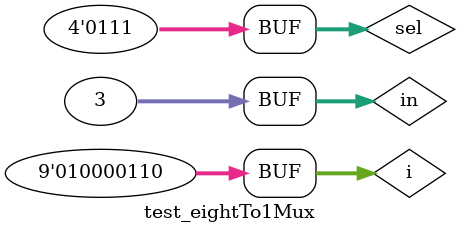
<source format=v>
`timescale 1ns / 1ps


module test_eightTo1Mux;

	// Inputs
	reg [8:0] i;
	reg [3:0] sel;

	// Outputs
	wire out;
	integer in;
	// Instantiate the Unit Under Test (UUT)
	eightTo1Mux uut (
		.i(i), 
		.out(out), 
		.sel(sel)
	);

	initial begin
		// Initialize Inputs
		sel = 0;
		i=134;
		for( in = 0; in <= 2; in = in + 1)
		begin
		sel[in]=1;
		#10;
		end
		// Wait 100 ns for global reset to finish
		#100;
		

        
		// Add stimulus here

	end
      
endmodule


</source>
